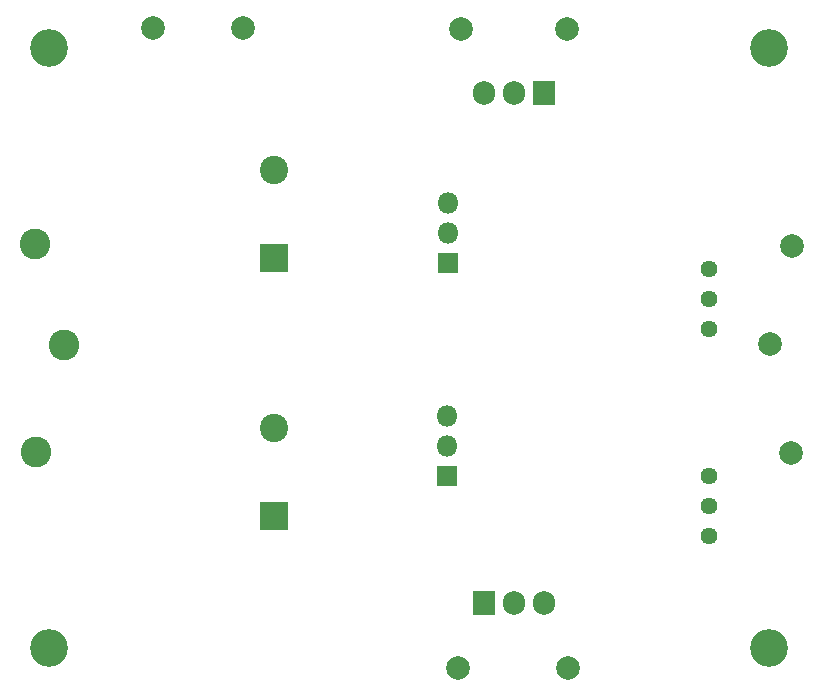
<source format=gbr>
G04 #@! TF.GenerationSoftware,KiCad,Pcbnew,(5.1.10-0-10_14)*
G04 #@! TF.CreationDate,2021-09-22T19:37:29+02:00*
G04 #@! TF.ProjectId,lv-lownoise-psu,6c762d6c-6f77-46e6-9f69-73652d707375,rev?*
G04 #@! TF.SameCoordinates,Original*
G04 #@! TF.FileFunction,Soldermask,Bot*
G04 #@! TF.FilePolarity,Negative*
%FSLAX46Y46*%
G04 Gerber Fmt 4.6, Leading zero omitted, Abs format (unit mm)*
G04 Created by KiCad (PCBNEW (5.1.10-0-10_14)) date 2021-09-22 19:37:29*
%MOMM*%
%LPD*%
G01*
G04 APERTURE LIST*
%ADD10O,1.800000X1.800000*%
%ADD11R,1.800000X1.800000*%
%ADD12C,2.000000*%
%ADD13O,1.905000X2.000000*%
%ADD14R,1.905000X2.000000*%
%ADD15C,2.400000*%
%ADD16R,2.400000X2.400000*%
%ADD17C,1.440000*%
%ADD18C,2.600000*%
%ADD19C,3.200000*%
G04 APERTURE END LIST*
D10*
X118872000Y-46101000D03*
X118872000Y-48641000D03*
D11*
X118872000Y-51181000D03*
D12*
X119761000Y-85471000D03*
X129032000Y-85471000D03*
X128968500Y-31369000D03*
X120015000Y-31369000D03*
X93916500Y-31305500D03*
X101536500Y-31305500D03*
X147955000Y-67310000D03*
X146113500Y-58039000D03*
X148018500Y-49784000D03*
D10*
X118808500Y-64198500D03*
X118808500Y-66738500D03*
D11*
X118808500Y-69278500D03*
D13*
X127000000Y-80010000D03*
X124460000Y-80010000D03*
D14*
X121920000Y-80010000D03*
D13*
X121920000Y-36830000D03*
X124460000Y-36830000D03*
D14*
X127000000Y-36830000D03*
D15*
X104140000Y-65151000D03*
D16*
X104140000Y-72651000D03*
D15*
X104140000Y-43300000D03*
D16*
X104140000Y-50800000D03*
D17*
X140970000Y-74295000D03*
X140970000Y-71755000D03*
X140970000Y-69215000D03*
X140970000Y-56832500D03*
X140970000Y-54292500D03*
X140970000Y-51752500D03*
D18*
X83921600Y-49631600D03*
X86360000Y-58166000D03*
X83972400Y-67259200D03*
D19*
X146050000Y-33020000D03*
X146050000Y-83820000D03*
X85090000Y-83820000D03*
X85090000Y-33020000D03*
M02*

</source>
